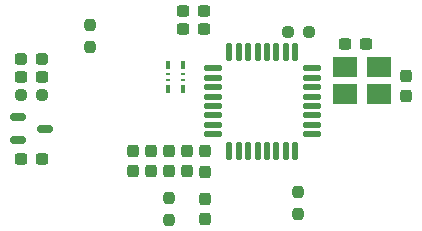
<source format=gbr>
%TF.GenerationSoftware,KiCad,Pcbnew,(6.0.11)*%
%TF.CreationDate,2024-05-16T18:38:15+09:00*%
%TF.ProjectId,active-marker-pcb,61637469-7665-42d6-9d61-726b65722d70,rev?*%
%TF.SameCoordinates,Original*%
%TF.FileFunction,Paste,Bot*%
%TF.FilePolarity,Positive*%
%FSLAX46Y46*%
G04 Gerber Fmt 4.6, Leading zero omitted, Abs format (unit mm)*
G04 Created by KiCad (PCBNEW (6.0.11)) date 2024-05-16 18:38:15*
%MOMM*%
%LPD*%
G01*
G04 APERTURE LIST*
G04 Aperture macros list*
%AMRoundRect*
0 Rectangle with rounded corners*
0 $1 Rounding radius*
0 $2 $3 $4 $5 $6 $7 $8 $9 X,Y pos of 4 corners*
0 Add a 4 corners polygon primitive as box body*
4,1,4,$2,$3,$4,$5,$6,$7,$8,$9,$2,$3,0*
0 Add four circle primitives for the rounded corners*
1,1,$1+$1,$2,$3*
1,1,$1+$1,$4,$5*
1,1,$1+$1,$6,$7*
1,1,$1+$1,$8,$9*
0 Add four rect primitives between the rounded corners*
20,1,$1+$1,$2,$3,$4,$5,0*
20,1,$1+$1,$4,$5,$6,$7,0*
20,1,$1+$1,$6,$7,$8,$9,0*
20,1,$1+$1,$8,$9,$2,$3,0*%
G04 Aperture macros list end*
%ADD10RoundRect,0.237500X-0.250000X-0.237500X0.250000X-0.237500X0.250000X0.237500X-0.250000X0.237500X0*%
%ADD11RoundRect,0.125000X0.625000X0.125000X-0.625000X0.125000X-0.625000X-0.125000X0.625000X-0.125000X0*%
%ADD12RoundRect,0.125000X0.125000X0.625000X-0.125000X0.625000X-0.125000X-0.625000X0.125000X-0.625000X0*%
%ADD13RoundRect,0.237500X0.300000X0.237500X-0.300000X0.237500X-0.300000X-0.237500X0.300000X-0.237500X0*%
%ADD14RoundRect,0.237500X0.237500X-0.287500X0.237500X0.287500X-0.237500X0.287500X-0.237500X-0.287500X0*%
%ADD15RoundRect,0.237500X0.237500X-0.300000X0.237500X0.300000X-0.237500X0.300000X-0.237500X-0.300000X0*%
%ADD16RoundRect,0.150000X-0.512500X-0.150000X0.512500X-0.150000X0.512500X0.150000X-0.512500X0.150000X0*%
%ADD17RoundRect,0.237500X0.237500X-0.250000X0.237500X0.250000X-0.237500X0.250000X-0.237500X-0.250000X0*%
%ADD18RoundRect,0.237500X-0.300000X-0.237500X0.300000X-0.237500X0.300000X0.237500X-0.300000X0.237500X0*%
%ADD19RoundRect,0.237500X-0.237500X0.300000X-0.237500X-0.300000X0.237500X-0.300000X0.237500X0.300000X0*%
%ADD20R,0.406400X0.711200*%
%ADD21R,0.406400X0.203200*%
%ADD22R,2.100000X1.800000*%
%ADD23RoundRect,0.237500X-0.287500X-0.237500X0.287500X-0.237500X0.287500X0.237500X-0.287500X0.237500X0*%
G04 APERTURE END LIST*
D10*
%TO.C,R4*%
X123889500Y-94258000D03*
X125714500Y-94258000D03*
%TD*%
D11*
%TO.C,U6*%
X125929000Y-97300000D03*
X125929000Y-98100000D03*
X125929000Y-98900000D03*
X125929000Y-99700000D03*
X125929000Y-100500000D03*
X125929000Y-101300000D03*
X125929000Y-102100000D03*
X125929000Y-102900000D03*
D12*
X124554000Y-104275000D03*
X123754000Y-104275000D03*
X122954000Y-104275000D03*
X122154000Y-104275000D03*
X121354000Y-104275000D03*
X120554000Y-104275000D03*
X119754000Y-104275000D03*
X118954000Y-104275000D03*
D11*
X117579000Y-102900000D03*
X117579000Y-102100000D03*
X117579000Y-101300000D03*
X117579000Y-100500000D03*
X117579000Y-99700000D03*
X117579000Y-98900000D03*
X117579000Y-98100000D03*
X117579000Y-97300000D03*
D12*
X118954000Y-95925000D03*
X119754000Y-95925000D03*
X120554000Y-95925000D03*
X121354000Y-95925000D03*
X122154000Y-95925000D03*
X122954000Y-95925000D03*
X123754000Y-95925000D03*
X124554000Y-95925000D03*
%TD*%
D13*
%TO.C,C6*%
X116774500Y-92480000D03*
X115049500Y-92480000D03*
%TD*%
D14*
%TO.C,D2*%
X116928000Y-106055000D03*
X116928000Y-104305000D03*
%TD*%
D15*
%TO.C,C7*%
X116928000Y-110082500D03*
X116928000Y-108357500D03*
%TD*%
D16*
%TO.C,U2*%
X101058500Y-103376000D03*
X101058500Y-101476000D03*
X103333500Y-102426000D03*
%TD*%
D17*
%TO.C,R6*%
X124802000Y-109648500D03*
X124802000Y-107823500D03*
%TD*%
D18*
%TO.C,C2*%
X101333500Y-98068000D03*
X103058500Y-98068000D03*
%TD*%
D19*
%TO.C,C10*%
X112356000Y-104317500D03*
X112356000Y-106042500D03*
%TD*%
%TO.C,C13*%
X115404000Y-104317500D03*
X115404000Y-106042500D03*
%TD*%
D18*
%TO.C,C4*%
X128765500Y-95274000D03*
X130490500Y-95274000D03*
%TD*%
D17*
%TO.C,R1*%
X113880000Y-110132500D03*
X113880000Y-108307500D03*
%TD*%
D19*
%TO.C,C9*%
X110832000Y-104317500D03*
X110832000Y-106042500D03*
%TD*%
D13*
%TO.C,C1*%
X103058500Y-104966000D03*
X101333500Y-104966000D03*
%TD*%
%TO.C,C5*%
X116774500Y-94004000D03*
X115049500Y-94004000D03*
%TD*%
D20*
%TO.C,RN2*%
X113727600Y-99071300D03*
X115048400Y-99071300D03*
D21*
X113727600Y-98318063D03*
X115048400Y-98318063D03*
X113727600Y-97817937D03*
X115048400Y-97817937D03*
D20*
X113727600Y-97064700D03*
X115048400Y-97064700D03*
%TD*%
D19*
%TO.C,C11*%
X113880000Y-104317500D03*
X113880000Y-106042500D03*
%TD*%
D10*
%TO.C,R5*%
X101283500Y-99592000D03*
X103108500Y-99592000D03*
%TD*%
D15*
%TO.C,C3*%
X133946000Y-99692500D03*
X133946000Y-97967500D03*
%TD*%
D22*
%TO.C,Y1*%
X128760000Y-97172000D03*
X131660000Y-97172000D03*
X131660000Y-99472000D03*
X128760000Y-99472000D03*
%TD*%
D17*
%TO.C,R3*%
X107188000Y-95504000D03*
X107188000Y-93679000D03*
%TD*%
D23*
%TO.C,D1*%
X101321000Y-96544000D03*
X103071000Y-96544000D03*
%TD*%
M02*

</source>
